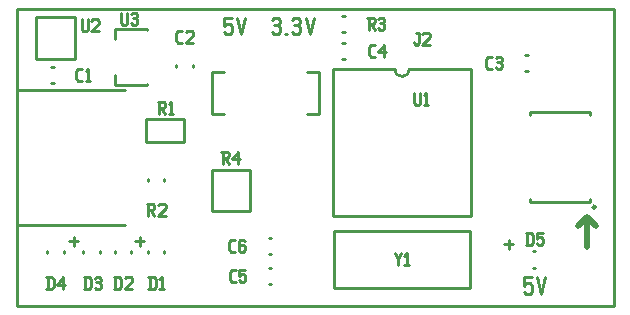
<source format=gbr>
G04 start of page 9 for group -4079 idx -4079 *
G04 Title: (unknown), topsilk *
G04 Creator: pcb 20140316 *
G04 CreationDate: Wed 15 Apr 2020 03:13:27 PM GMT UTC *
G04 For: railfan *
G04 Format: Gerber/RS-274X *
G04 PCB-Dimensions (mil): 2000.00 1000.00 *
G04 PCB-Coordinate-Origin: lower left *
%MOIN*%
%FSLAX25Y25*%
%LNTOPSILK*%
%ADD66C,0.0200*%
%ADD65C,0.0100*%
G54D65*X19500Y23500D02*Y20500D01*
X18000Y22000D02*X21000D01*
X41500Y23500D02*Y20500D01*
X40000Y22000D02*X43000D01*
X500Y500D02*X199500D01*
X164500Y22500D02*Y19500D01*
X163000Y21000D02*X166000D01*
X199500Y99500D02*X500D01*
Y500D01*
X199500D02*Y99500D01*
G54D66*X190500Y30000D02*Y20000D01*
Y30000D02*X187500Y27000D01*
X190500Y30000D02*X193500Y27000D01*
G54D65*X69500Y96600D02*X72300D01*
X69500D02*Y93800D01*
X70200Y94500D01*
X71600D01*
X72300Y93800D01*
Y91700D01*
X71600Y91000D02*X72300Y91700D01*
X70200Y91000D02*X71600D01*
X69500Y91700D02*X70200Y91000D01*
X73980Y96600D02*X75380Y91000D01*
X76780Y96600D01*
X85500Y95900D02*X86200Y96600D01*
X87600D01*
X88300Y95900D01*
X87600Y91000D02*X88300Y91700D01*
X86200Y91000D02*X87600D01*
X85500Y91700D02*X86200Y91000D01*
Y94080D02*X87600D01*
X88300Y95900D02*Y94780D01*
Y93380D02*Y91700D01*
Y93380D02*X87600Y94080D01*
X88300Y94780D02*X87600Y94080D01*
X89980Y91000D02*X90680D01*
X92360Y95900D02*X93060Y96600D01*
X94460D01*
X95160Y95900D01*
X94460Y91000D02*X95160Y91700D01*
X93060Y91000D02*X94460D01*
X92360Y91700D02*X93060Y91000D01*
Y94080D02*X94460D01*
X95160Y95900D02*Y94780D01*
Y93380D02*Y91700D01*
Y93380D02*X94460Y94080D01*
X95160Y94780D02*X94460Y94080D01*
X96840Y96600D02*X98240Y91000D01*
X99640Y96600D01*
X169500Y10100D02*X172300D01*
X169500D02*Y7300D01*
X170200Y8000D01*
X171600D01*
X172300Y7300D01*
Y5200D01*
X171600Y4500D02*X172300Y5200D01*
X170200Y4500D02*X171600D01*
X169500Y5200D02*X170200Y4500D01*
X173980Y10100D02*X175380Y4500D01*
X176780Y10100D01*
X65701Y32110D02*X78299D01*
X65701Y45890D02*Y32110D01*
Y45890D02*X78299D01*
Y32110D01*
X43701Y62741D02*X56299D01*
Y55259D01*
X43701D01*
Y62741D01*
X65800Y78600D02*Y64400D01*
Y78600D02*X69800D01*
X65800Y64400D02*X69800D01*
X101200Y78600D02*Y64400D01*
Y78600D02*X97200D01*
X101200Y64400D02*X97200D01*
X84607Y17745D02*X85393D01*
X84607Y23255D02*X85393D01*
X59255Y80893D02*Y80107D01*
X53745Y80893D02*Y80107D01*
X44245Y42893D02*Y42107D01*
X49755Y42893D02*Y42107D01*
X33271Y74250D02*X43901D01*
X33271Y92750D02*X43901D01*
X33271Y77500D02*Y74250D01*
Y92750D02*Y89500D01*
X43901Y74429D02*Y74250D01*
Y92750D02*Y92571D01*
X7100Y96800D02*Y82900D01*
X19900D01*
Y96800D02*Y82900D01*
X7100Y96800D02*X19900D01*
X12107Y74745D02*X12893D01*
X12107Y80255D02*X12893D01*
X500Y72500D02*Y27500D01*
Y72500D02*X36500D01*
X500Y27500D02*X36500D01*
X172607Y13245D02*X173393D01*
X172607Y18755D02*X173393D01*
X106000Y79500D02*Y30500D01*
X152000D01*
Y79500D01*
X106000D02*X126500D01*
X152000D02*X131500D01*
X126500D02*G75*G03X131500Y79500I2500J0D01*G01*
X171500Y35000D02*X191500D01*
X171500Y65000D02*X191500D01*
X171500Y36000D02*Y35000D01*
Y65000D02*Y64000D01*
X191500Y65000D02*Y64000D01*
Y36000D02*Y35000D01*
X193500Y33500D02*G75*G03X193500Y33500I-500J0D01*G01*
X106362Y6650D02*X151638D01*
X106362Y25350D02*Y6650D01*
Y25350D02*X151638D01*
Y6650D01*
X84607Y7745D02*X85393D01*
X84607Y13255D02*X85393D01*
X22745Y18893D02*Y18107D01*
X28255Y18893D02*Y18107D01*
X10745Y18893D02*Y18107D01*
X16255Y18893D02*Y18107D01*
X33245Y18893D02*Y18107D01*
X38755Y18893D02*Y18107D01*
X44245Y18893D02*Y18107D01*
X49755Y18893D02*Y18107D01*
X109107Y97255D02*X109893D01*
X109107Y91745D02*X109893D01*
X109107Y88255D02*X109893D01*
X109107Y82745D02*X109893D01*
X170107Y84255D02*X170893D01*
X170107Y78745D02*X170893D01*
X68676Y51850D02*X70676D01*
X71176Y51350D01*
Y50350D01*
X70676Y49850D02*X71176Y50350D01*
X69176Y49850D02*X70676D01*
X69176Y51850D02*Y47850D01*
X69976Y49850D02*X71176Y47850D01*
X72376Y49350D02*X74376Y51850D01*
X72376Y49350D02*X74876D01*
X74376Y51850D02*Y47850D01*
X47500Y68500D02*X49500D01*
X50000Y68000D01*
Y67000D01*
X49500Y66500D02*X50000Y67000D01*
X48000Y66500D02*X49500D01*
X48000Y68500D02*Y64500D01*
X48800Y66500D02*X50000Y64500D01*
X51200Y67700D02*X52000Y68500D01*
Y64500D01*
X51200D02*X52700D01*
X35492Y98176D02*Y94676D01*
X35992Y94176D01*
X36992D01*
X37492Y94676D01*
Y98176D02*Y94676D01*
X38692Y97676D02*X39192Y98176D01*
X40192D01*
X40692Y97676D01*
X40192Y94176D02*X40692Y94676D01*
X39192Y94176D02*X40192D01*
X38692Y94676D02*X39192Y94176D01*
Y96376D02*X40192D01*
X40692Y97676D02*Y96876D01*
Y95876D02*Y94676D01*
Y95876D02*X40192Y96376D01*
X40692Y96876D02*X40192Y96376D01*
X117350Y96650D02*X119350D01*
X119850Y96150D01*
Y95150D01*
X119350Y94650D02*X119850Y95150D01*
X117850Y94650D02*X119350D01*
X117850Y96650D02*Y92650D01*
X118650Y94650D02*X119850Y92650D01*
X121050Y96150D02*X121550Y96650D01*
X122550D01*
X123050Y96150D01*
X122550Y92650D02*X123050Y93150D01*
X121550Y92650D02*X122550D01*
X121050Y93150D02*X121550Y92650D01*
Y94850D02*X122550D01*
X123050Y96150D02*Y95350D01*
Y94350D02*Y93150D01*
Y94350D02*X122550Y94850D01*
X123050Y95350D02*X122550Y94850D01*
X22200Y96100D02*Y92600D01*
X22700Y92100D01*
X23700D01*
X24200Y92600D01*
Y96100D02*Y92600D01*
X25400Y95600D02*X25900Y96100D01*
X27400D01*
X27900Y95600D01*
Y94600D01*
X25400Y92100D02*X27900Y94600D01*
X25400Y92100D02*X27900D01*
X23350Y10150D02*Y6150D01*
X24650Y10150D02*X25350Y9450D01*
Y6850D01*
X24650Y6150D02*X25350Y6850D01*
X22850Y6150D02*X24650D01*
X22850Y10150D02*X24650D01*
X26550Y9650D02*X27050Y10150D01*
X28050D01*
X28550Y9650D01*
X28050Y6150D02*X28550Y6650D01*
X27050Y6150D02*X28050D01*
X26550Y6650D02*X27050Y6150D01*
Y8350D02*X28050D01*
X28550Y9650D02*Y8850D01*
Y7850D02*Y6650D01*
Y7850D02*X28050Y8350D01*
X28550Y8850D02*X28050Y8350D01*
X10850Y10150D02*Y6150D01*
X12150Y10150D02*X12850Y9450D01*
Y6850D01*
X12150Y6150D02*X12850Y6850D01*
X10350Y6150D02*X12150D01*
X10350Y10150D02*X12150D01*
X14050Y7650D02*X16050Y10150D01*
X14050Y7650D02*X16550D01*
X16050Y10150D02*Y6150D01*
X33393Y10193D02*Y6193D01*
X34693Y10193D02*X35393Y9493D01*
Y6893D01*
X34693Y6193D02*X35393Y6893D01*
X32893Y6193D02*X34693D01*
X32893Y10193D02*X34693D01*
X36593Y9693D02*X37093Y10193D01*
X38593D01*
X39093Y9693D01*
Y8693D01*
X36593Y6193D02*X39093Y8693D01*
X36593Y6193D02*X39093D01*
X21050Y75650D02*X22350D01*
X20350Y76350D02*X21050Y75650D01*
X20350Y78950D02*Y76350D01*
Y78950D02*X21050Y79650D01*
X22350D01*
X23550Y78850D02*X24350Y79650D01*
Y75650D01*
X23550D02*X25050D01*
X54417Y88300D02*X55717D01*
X53717Y89000D02*X54417Y88300D01*
X53717Y91600D02*Y89000D01*
Y91600D02*X54417Y92300D01*
X55717D01*
X56917Y91800D02*X57417Y92300D01*
X58917D01*
X59417Y91800D01*
Y90800D01*
X56917Y88300D02*X59417Y90800D01*
X56917Y88300D02*X59417D01*
X72050Y18650D02*X73350D01*
X71350Y19350D02*X72050Y18650D01*
X71350Y21950D02*Y19350D01*
Y21950D02*X72050Y22650D01*
X73350D01*
X76050D02*X76550Y22150D01*
X75050Y22650D02*X76050D01*
X74550Y22150D02*X75050Y22650D01*
X74550Y22150D02*Y19150D01*
X75050Y18650D01*
X76050Y20850D02*X76550Y20350D01*
X74550Y20850D02*X76050D01*
X75050Y18650D02*X76050D01*
X76550Y19150D01*
Y20350D02*Y19150D01*
X72269Y8500D02*X73569D01*
X71569Y9200D02*X72269Y8500D01*
X71569Y11800D02*Y9200D01*
Y11800D02*X72269Y12500D01*
X73569D01*
X74769D02*X76769D01*
X74769D02*Y10500D01*
X75269Y11000D01*
X76269D01*
X76769Y10500D01*
Y9000D01*
X76269Y8500D02*X76769Y9000D01*
X75269Y8500D02*X76269D01*
X74769Y9000D02*X75269Y8500D01*
X44893Y10193D02*Y6193D01*
X46193Y10193D02*X46893Y9493D01*
Y6893D01*
X46193Y6193D02*X46893Y6893D01*
X44393Y6193D02*X46193D01*
X44393Y10193D02*X46193D01*
X48093Y9393D02*X48893Y10193D01*
Y6193D01*
X48093D02*X49593D01*
X43983Y34500D02*X45983D01*
X46483Y34000D01*
Y33000D01*
X45983Y32500D02*X46483Y33000D01*
X44483Y32500D02*X45983D01*
X44483Y34500D02*Y30500D01*
X45283Y32500D02*X46483Y30500D01*
X47683Y34000D02*X48183Y34500D01*
X49683D01*
X50183Y34000D01*
Y33000D01*
X47683Y30500D02*X50183Y33000D01*
X47683Y30500D02*X50183D01*
X170676Y24850D02*Y20850D01*
X171976Y24850D02*X172676Y24150D01*
Y21550D01*
X171976Y20850D02*X172676Y21550D01*
X170176Y20850D02*X171976D01*
X170176Y24850D02*X171976D01*
X173876D02*X175876D01*
X173876D02*Y22850D01*
X174376Y23350D01*
X175376D01*
X175876Y22850D01*
Y21350D01*
X175376Y20850D02*X175876Y21350D01*
X174376Y20850D02*X175376D01*
X173876Y21350D02*X174376Y20850D01*
X133700Y91500D02*X134500D01*
Y88000D01*
X134000Y87500D02*X134500Y88000D01*
X133500Y87500D02*X134000D01*
X133000Y88000D02*X133500Y87500D01*
X133000Y88500D02*Y88000D01*
X135700Y91000D02*X136200Y91500D01*
X137700D01*
X138200Y91000D01*
Y90000D01*
X135700Y87500D02*X138200Y90000D01*
X135700Y87500D02*X138200D01*
X133000Y71500D02*Y68000D01*
X133500Y67500D01*
X134500D01*
X135000Y68000D01*
Y71500D02*Y68000D01*
X136200Y70700D02*X137000Y71500D01*
Y67500D01*
X136200D02*X137700D01*
X126500Y18000D02*X127500Y16000D01*
X128500Y18000D01*
X127500Y16000D02*Y14000D01*
X129700Y17200D02*X130500Y18000D01*
Y14000D01*
X129700D02*X131200D01*
X118550Y83650D02*X119850D01*
X117850Y84350D02*X118550Y83650D01*
X117850Y86950D02*Y84350D01*
Y86950D02*X118550Y87650D01*
X119850D01*
X121050Y85150D02*X123050Y87650D01*
X121050Y85150D02*X123550D01*
X123050Y87650D02*Y83650D01*
X157769Y79500D02*X159069D01*
X157069Y80200D02*X157769Y79500D01*
X157069Y82800D02*Y80200D01*
Y82800D02*X157769Y83500D01*
X159069D01*
X160269Y83000D02*X160769Y83500D01*
X161769D01*
X162269Y83000D01*
X161769Y79500D02*X162269Y80000D01*
X160769Y79500D02*X161769D01*
X160269Y80000D02*X160769Y79500D01*
Y81700D02*X161769D01*
X162269Y83000D02*Y82200D01*
Y81200D02*Y80000D01*
Y81200D02*X161769Y81700D01*
X162269Y82200D02*X161769Y81700D01*
M02*

</source>
